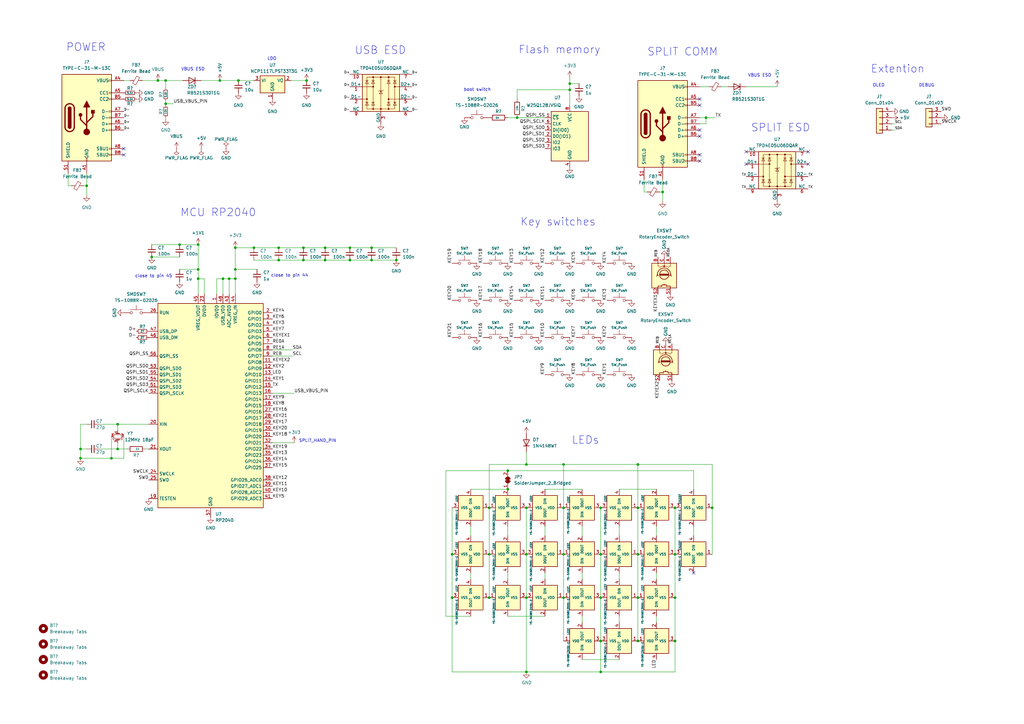
<source format=kicad_sch>
(kicad_sch (version 20231120) (generator "eeschema") (generator_version "8.0")
  (paper "A3")
  (title_block (title "Corne Left") (date "2025-01-21") (rev "4.1.0-USB") (company "tomislavrekic"))
  (junction (at 215.9 208.28))
  (junction (at 215.9 190.5))
  (junction (at 162.56 106.68))
  (junction (at 276.86 262.89))
  (junction (at 104.14 101.6))
  (junction (at 200.66 245.11))
  (junction (at 231.14 245.11))
  (junction (at 48.26 184.15))
  (junction (at 271.78 78.74))
  (junction (at 81.28 100.33))
  (junction (at 276.86 208.28))
  (junction (at 246.38 262.89))
  (junction (at 246.38 227.33))
  (junction (at 62.23 105.41))
  (junction (at 215.9 227.33))
  (junction (at 96.52 101.6))
  (junction (at 185.42 245.11))
  (junction (at 97.79 33.02))
  (junction (at 114.3 101.6))
  (junction (at 35.56 76.2))
  (junction (at 152.4 106.68))
  (junction (at 152.4 101.6))
  (junction (at 133.35 106.68))
  (junction (at 90.17 33.02))
  (junction (at 133.35 101.6))
  (junction (at 276.86 245.11))
  (junction (at 215.9 245.11))
  (junction (at 261.62 190.5))
  (junction (at 208.28 193.04))
  (junction (at 231.14 227.33))
  (junction (at 246.38 245.11))
  (junction (at 125.73 33.02))
  (junction (at 93.98 114.3))
  (junction (at 73.66 100.33))
  (junction (at 81.28 114.3))
  (junction (at 67.945 42.545))
  (junction (at 48.26 173.99))
  (junction (at 233.68 36.83))
  (junction (at 45.72 187.96))
  (junction (at 212.09 48.26))
  (junction (at 33.02 184.15))
  (junction (at 215.9 275.59))
  (junction (at 33.02 187.96))
  (junction (at 289.56 48.26))
  (junction (at 114.3 106.68))
  (junction (at 64.77 33.02))
  (junction (at 261.62 227.33))
  (junction (at 246.38 275.59))
  (junction (at 261.62 208.28))
  (junction (at 91.44 114.3))
  (junction (at 67.945 33.02))
  (junction (at 231.14 190.5))
  (junction (at 261.62 262.89))
  (junction (at 96.52 114.3))
  (junction (at 96.52 110.49))
  (junction (at 143.51 106.68))
  (junction (at 261.62 245.11))
  (junction (at 124.46 106.68))
  (junction (at 124.46 101.6))
  (junction (at 200.66 227.33))
  (junction (at 81.28 110.49))
  (junction (at 233.68 34.29))
  (junction (at 231.14 208.28))
  (junction (at 208.28 200.66))
  (junction (at 292.1 208.28))
  (junction (at 276.86 227.33))
  (junction (at 143.51 101.6))
  (junction (at 185.42 227.33))
  (junction (at 200.66 208.28))
  (junction (at 246.38 208.28))
  (no_connect (at 287.02 40.64))
  (no_connect (at 331.47 62.23))
  (no_connect (at 287.02 63.5))
  (no_connect (at 287.02 43.18))
  (no_connect (at 287.02 66.04))
  (no_connect (at 287.02 55.88))
  (no_connect (at 306.07 67.31))
  (no_connect (at 306.07 62.23))
  (no_connect (at 50.8 60.96))
  (no_connect (at 331.47 67.31))
  (no_connect (at 287.02 53.34))
  (no_connect (at 284.48 234.95))
  (no_connect (at 50.8 63.5))
  (wire (pts (xy 261.62 208.28) (xy 261.62 227.33)))
  (wire (pts (xy 91.44 114.3) (xy 93.98 114.3)))
  (wire (pts (xy 62.23 100.33) (xy 73.66 100.33)))
  (wire (pts (xy 96.52 110.49) (xy 105.41 110.49)))
  (wire (pts (xy 261.62 190.5) (xy 292.1 190.5)))
  (wire (pts (xy 233.68 34.29) (xy 233.68 36.83)))
  (wire (pts (xy 264.16 73.66) (xy 264.16 78.74)))
  (wire (pts (xy 133.35 106.68) (xy 143.51 106.68)))
  (wire (pts (xy 185.42 227.33) (xy 185.42 245.11)))
  (wire (pts (xy 83.82 114.3) (xy 81.28 114.3)))
  (wire (pts (xy 289.56 50.8) (xy 289.56 48.26)))
  (wire (pts (xy 233.68 36.83) (xy 233.68 43.18)))
  (wire (pts (xy 276.86 208.28) (xy 276.86 227.33)))
  (wire (pts (xy 81.28 110.49) (xy 81.28 114.3)))
  (wire (pts (xy 33.02 187.96) (xy 45.72 187.96)))
  (wire (pts (xy 104.14 101.6) (xy 114.3 101.6)))
  (wire (pts (xy 96.52 120.65) (xy 96.52 114.3)))
  (wire (pts (xy 185.42 275.59) (xy 215.9 275.59)))
  (wire (pts (xy 48.26 184.15) (xy 48.26 181.61)))
  (wire (pts (xy 231.14 245.11) (xy 231.14 262.89)))
  (wire (pts (xy 293.37 48.26) (xy 289.56 48.26)))
  (wire (pts (xy 246.38 245.11) (xy 246.38 262.89)))
  (wire (pts (xy 208.28 48.26) (xy 212.09 48.26)))
  (wire (pts (xy 45.72 179.07) (xy 45.72 187.96)))
  (wire (pts (xy 246.38 227.33) (xy 246.38 245.11)))
  (wire (pts (xy 111.76 161.29) (xy 120.65 161.29)))
  (wire (pts (xy 67.945 33.02) (xy 74.93 33.02)))
  (wire (pts (xy 212.09 36.83) (xy 212.09 40.64)))
  (wire (pts (xy 143.51 106.68) (xy 152.4 106.68)))
  (wire (pts (xy 254 270.51) (xy 238.76 270.51)))
  (wire (pts (xy 182.88 193.04) (xy 182.88 252.73)))
  (wire (pts (xy 114.3 101.6) (xy 124.46 101.6)))
  (wire (pts (xy 124.46 106.68) (xy 133.35 106.68)))
  (wire (pts (xy 182.88 193.04) (xy 208.28 193.04)))
  (wire (pts (xy 111.76 143.51) (xy 120.015 143.51)))
  (wire (pts (xy 261.62 190.5) (xy 261.62 208.28)))
  (wire (pts (xy 96.52 110.49) (xy 96.52 114.3)))
  (wire (pts (xy 367.03 50.8) (xy 365.76 50.8)))
  (wire (pts (xy 270.51 78.74) (xy 271.78 78.74)))
  (wire (pts (xy 231.14 190.5) (xy 261.62 190.5)))
  (wire (pts (xy 208.28 193.04) (xy 284.48 193.04)))
  (wire (pts (xy 91.44 114.3) (xy 91.44 120.65)))
  (wire (pts (xy 271.78 82.55) (xy 271.78 78.74)))
  (wire (pts (xy 27.94 71.12) (xy 27.94 76.2)))
  (wire (pts (xy 33.02 184.15) (xy 33.02 187.96)))
  (wire (pts (xy 238.76 219.71) (xy 238.76 215.9)))
  (wire (pts (xy 59.69 184.15) (xy 60.96 184.15)))
  (wire (pts (xy 96.52 101.6) (xy 104.14 101.6)))
  (wire (pts (xy 254 215.9) (xy 254 219.71)))
  (wire (pts (xy 238.76 237.49) (xy 238.76 234.95)))
  (wire (pts (xy 287.02 35.56) (xy 290.83 35.56)))
  (wire (pts (xy 215.9 208.28) (xy 215.9 227.33)))
  (wire (pts (xy 40.64 184.15) (xy 48.26 184.15)))
  (wire (pts (xy 215.9 245.11) (xy 215.9 275.59)))
  (wire (pts (xy 81.28 100.33) (xy 81.28 110.49)))
  (wire (pts (xy 73.66 110.49) (xy 81.28 110.49)))
  (wire (pts (xy 67.945 42.545) (xy 67.945 43.18)))
  (wire (pts (xy 124.46 101.6) (xy 133.35 101.6)))
  (wire (pts (xy 208.28 219.71) (xy 208.28 215.9)))
  (wire (pts (xy 40.64 173.99) (xy 48.26 173.99)))
  (wire (pts (xy 276.86 275.59) (xy 246.38 275.59)))
  (wire (pts (xy 200.66 190.5) (xy 200.66 208.28)))
  (wire (pts (xy 215.9 275.59) (xy 246.38 275.59)))
  (wire (pts (xy 269.24 215.9) (xy 269.24 219.71)))
  (wire (pts (xy 58.42 33.02) (xy 64.77 33.02)))
  (wire (pts (xy 81.28 120.65) (xy 81.28 114.3)))
  (wire (pts (xy 233.68 31.75) (xy 233.68 34.29)))
  (wire (pts (xy 215.9 190.5) (xy 231.14 190.5)))
  (wire (pts (xy 292.1 208.28) (xy 292.1 227.33)))
  (wire (pts (xy 238.76 252.73) (xy 238.76 255.27)))
  (wire (pts (xy 264.16 78.74) (xy 265.43 78.74)))
  (wire (pts (xy 231.14 227.33) (xy 231.14 245.11)))
  (wire (pts (xy 238.76 200.66) (xy 223.52 200.66)))
  (wire (pts (xy 93.98 114.3) (xy 93.98 120.65)))
  (wire (pts (xy 223.52 234.95) (xy 223.52 237.49)))
  (wire (pts (xy 208.28 200.66) (xy 193.04 200.66)))
  (wire (pts (xy 33.02 184.15) (xy 35.56 184.15)))
  (wire (pts (xy 27.94 76.2) (xy 29.21 76.2)))
  (wire (pts (xy 90.17 33.02) (xy 97.79 33.02)))
  (wire (pts (xy 83.82 120.65) (xy 83.82 114.3)))
  (wire (pts (xy 208.28 252.73) (xy 223.52 252.73)))
  (wire (pts (xy 97.79 33.02) (xy 104.14 33.02)))
  (wire (pts (xy 88.9 114.3) (xy 91.44 114.3)))
  (wire (pts (xy 133.35 101.6) (xy 143.51 101.6)))
  (wire (pts (xy 254 234.95) (xy 254 237.49)))
  (wire (pts (xy 193.04 215.9) (xy 193.04 219.71)))
  (wire (pts (xy 367.03 53.34) (xy 365.76 53.34)))
  (wire (pts (xy 48.26 184.15) (xy 52.07 184.15)))
  (wire (pts (xy 233.68 34.29) (xy 237.49 34.29)))
  (wire (pts (xy 306.07 35.56) (xy 318.77 35.56)))
  (wire (pts (xy 50.8 187.96) (xy 45.72 187.96)))
  (wire (pts (xy 271.78 78.74) (xy 271.78 73.66)))
  (wire (pts (xy 284.48 215.9) (xy 284.48 219.71)))
  (wire (pts (xy 269.24 234.95) (xy 269.24 237.49)))
  (wire (pts (xy 67.945 41.275) (xy 67.945 42.545)))
  (wire (pts (xy 96.52 101.6) (xy 96.52 110.49)))
  (wire (pts (xy 287.02 50.8) (xy 289.56 50.8)))
  (wire (pts (xy 246.38 262.89) (xy 246.38 275.59)))
  (wire (pts (xy 215.9 190.5) (xy 200.66 190.5)))
  (wire (pts (xy 71.12 42.545) (xy 67.945 42.545)))
  (wire (pts (xy 152.4 106.68) (xy 162.56 106.68)))
  (wire (pts (xy 223.52 219.71) (xy 223.52 215.9)))
  (wire (pts (xy 152.4 101.6) (xy 162.56 101.6)))
  (wire (pts (xy 88.9 114.3) (xy 88.9 120.65)))
  (wire (pts (xy 292.1 190.5) (xy 292.1 208.28)))
  (wire (pts (xy 73.66 100.33) (xy 81.28 100.33)))
  (wire (pts (xy 96.52 114.3) (xy 93.98 114.3)))
  (wire (pts (xy 233.68 36.83) (xy 212.09 36.83)))
  (wire (pts (xy 276.86 245.11) (xy 276.86 262.89)))
  (wire (pts (xy 295.91 35.56) (xy 298.45 35.56)))
  (wire (pts (xy 261.62 227.33) (xy 261.62 245.11)))
  (wire (pts (xy 67.945 36.195) (xy 67.945 33.02)))
  (wire (pts (xy 64.77 33.02) (xy 67.945 33.02)))
  (wire (pts (xy 269.24 252.73) (xy 269.24 255.27)))
  (wire (pts (xy 231.14 208.28) (xy 231.14 227.33)))
  (wire (pts (xy 289.56 48.26) (xy 287.02 48.26)))
  (wire (pts (xy 111.76 146.05) (xy 120.015 146.05)))
  (wire (pts (xy 48.26 173.99) (xy 60.96 173.99)))
  (wire (pts (xy 50.8 179.07) (xy 50.8 187.96)))
  (wire (pts (xy 212.09 48.26) (xy 223.52 48.26)))
  (wire (pts (xy 35.56 80.01) (xy 35.56 76.2)))
  (wire (pts (xy 50.8 33.02) (xy 53.34 33.02)))
  (wire (pts (xy 208.28 237.49) (xy 208.28 234.95)))
  (wire (pts (xy 114.3 106.68) (xy 124.46 106.68)))
  (wire (pts (xy 276.86 227.33) (xy 276.86 245.11)))
  (wire (pts (xy 185.42 245.11) (xy 185.42 275.59)))
  (wire (pts (xy 143.51 101.6) (xy 152.4 101.6)))
  (wire (pts (xy 193.04 234.95) (xy 193.04 237.49)))
  (wire (pts (xy 284.48 193.04) (xy 284.48 200.66)))
  (wire (pts (xy 67.945 48.26) (xy 67.945 48.895)))
  (wire (pts (xy 35.56 76.2) (xy 35.56 71.12)))
  (wire (pts (xy 254 200.66) (xy 269.24 200.66)))
  (wire (pts (xy 246.38 208.28) (xy 246.38 227.33)))
  (wire (pts (xy 276.86 262.89) (xy 276.86 275.59)))
  (wire (pts (xy 82.55 33.02) (xy 90.17 33.02)))
  (wire (pts (xy 215.9 227.33) (xy 215.9 245.11)))
  (wire (pts (xy 193.04 252.73) (xy 182.88 252.73)))
  (wire (pts (xy 48.26 176.53) (xy 48.26 173.99)))
  (wire (pts (xy 185.42 208.28) (xy 185.42 227.33)))
  (wire (pts (xy 215.9 185.42) (xy 215.9 190.5)))
  (wire (pts (xy 62.23 105.41) (xy 73.66 105.41)))
  (wire (pts (xy 104.14 106.68) (xy 114.3 106.68)))
  (wire (pts (xy 33.02 173.99) (xy 33.02 184.15)))
  (wire (pts (xy 111.76 181.61) (xy 120.65 181.61)))
  (wire (pts (xy 200.66 208.28) (xy 200.66 227.33)))
  (wire (pts (xy 34.29 76.2) (xy 35.56 76.2)))
  (wire (pts (xy 254 252.73) (xy 254 255.27)))
  (wire (pts (xy 119.38 33.02) (xy 125.73 33.02)))
  (wire (pts (xy 35.56 173.99) (xy 33.02 173.99)))
  (wire (pts (xy 200.66 227.33) (xy 200.66 245.11)))
  (wire (pts (xy 261.62 245.11) (xy 261.62 262.89)))
  (wire (pts (xy 231.14 190.5) (xy 231.14 208.28)))
  (text "MCU RP2040" (at 73.914 89.154 0) (effects (font (size 3.175 3.175)) (justify left bottom)))
  (text "Key switches" (at 213.36 92.964 0) (effects (font (size 3.175 3.175)) (justify left bottom)))
  (text "OLED" (at 357.886 35.814 0) (effects (font (size 1.27 1.27)) (justify left bottom)))
  (text "close to pin 45" (at 55.372 114.046 0) (effects (font (size 1.27 1.27)) (justify left bottom)))
  (text "DEBUG" (at 376.809 35.814 0) (effects (font (size 1.27 1.27)) (justify left bottom)))
  (text "VBUS ESD" (at 306.705 31.75 0) (effects (font (size 1.27 1.27)) (justify left bottom)))
  (text "USB ESD" (at 145.415 22.606 0) (effects (font (size 3.175 3.175)) (justify left bottom)))
  (text "LDO" (at 109.601 24.892 0) (effects (font (size 1.27 1.27)) (justify left bottom)))
  (text "Flash memory" (at 212.598 22.352 0) (effects (font (size 3.175 3.175)) (justify left bottom)))
  (text "POWER\n" (at 27.051 21.336 0) (effects (font (size 3.175 3.175)) (justify left bottom)))
  (text "SPLIT ESD" (at 307.975 54.356 0) (effects (font (size 3.175 3.175)) (justify left bottom)))
  (text "LEDs" (at 234.442 182.499 0) (effects (font (size 3.175 3.175)) (justify left bottom)))
  (text "Extention" (at 357.124 30.226 0) (effects (font (size 3.175 3.175)) (justify left bottom)))
  (text "SPLIT COMM" (at 265.43 23.241 0) (effects (font (size 3.175 3.175)) (justify left bottom)))
  (text "VBUS ESD" (at 74.295 29.21 0) (effects (font (size 1.27 1.27)) (justify left bottom)))
  (text "SPLIT_HAND_PIN" (at 122.555 181.61 0) (effects (font (size 1.27 1.27)) (justify left bottom)))
  (text "boot switch" (at 190.119 37.592 0) (effects (font (size 1.27 1.27)) (justify left bottom)))
  (text "close to pin 44" (at 111.125 113.792 0) (effects (font (size 1.27 1.27)) (justify left bottom)))
  (label "KEY8" (at 111.76 166.37 0))
  (label "KEY9" (at 111.76 163.83 0))
  (label "KEY8" (at 236.22 153.67 90))
  (label "TX" (at 331.47 72.39 0) (effects (font (size 1 1))))
  (label "QSPI_SD2" (at 60.96 156.21 180))
  (label "SCL" (at 367.03 50.8 0) (effects (font (size 1 1))))
  (label "USB_VBUS_PIN" (at 120.65 161.29 0))
  (label "KEY3" (at 248.92 123.19 90))
  (label "QSPI_SCLK" (at 60.96 161.29 180))
  (label "RE1A" (at 111.76 143.51 0))
  (label "KEY2" (at 111.76 151.13 0))
  (label "D+" (at 55.88 135.89 180))
  (label "D+" (at 168.91 35.56 0) (effects (font (size 1 1))))
  (label "REB" (at 111.76 146.05 0))
  (label "D-" (at 55.88 138.43 180))
  (label "QSPI_SS" (at 223.52 48.26 180))
  (label "SDA" (at 367.03 53.34 0) (effects (font (size 1 1))))
  (label "D+" (at 143.51 30.48 180) (effects (font (size 1 1))))
  (label "REB" (at 270.51 140.97 90) (effects (font (size 1 1))))
  (label "KEY5" (at 236.22 107.95 90))
  (label "RE0A" (at 274.955 105.41 90) (effects (font (size 1 1))))
  (label "LED" (at 111.76 153.67 0))
  (label "KEY21" (at 185.42 138.43 90))
  (label "KEY17" (at 111.76 173.99 0))
  (label "KEY1" (at 111.76 156.21 0))
  (label "TX" (at 111.76 158.75 0))
  (label "KEY5" (at 111.76 204.47 0))
  (label "D+" (at 50.8 50.8 0) (effects (font (size 1 1))))
  (label "KEY16" (at 111.76 168.91 0))
  (label "KEY3" (at 111.76 133.35 0))
  (label "TX" (at 306.07 77.47 180) (effects (font (size 1 1))))
  (label "KEYEX2" (at 111.76 148.59 0))
  (label "D+" (at 143.51 35.56 180) (effects (font (size 1 1))))
  (label "KEY17" (at 198.12 123.19 90))
  (label "KEY10" (at 111.76 201.93 0))
  (label "D-" (at 50.8 48.26 0) (effects (font (size 1 1))))
  (label "QSPI_SD1" (at 60.96 153.67 180))
  (label "KEY4" (at 111.76 128.27 0))
  (label "QSPI_SD0" (at 223.52 53.34 180))
  (label "KEY20" (at 111.76 176.53 0))
  (label "QSPI_SD1" (at 223.52 55.88 180))
  (label "SWCLK" (at 386.08 50.8 0))
  (label "D+" (at 168.91 30.48 0) (effects (font (size 1 1))))
  (label "SCL" (at 120.015 146.05 0))
  (label "QSPI_SCLK" (at 223.52 50.8 180))
  (label "D-" (at 168.91 45.72 0) (effects (font (size 1 1))))
  (label "KEY20" (at 185.42 123.19 90))
  (label "KEY4" (at 248.92 107.95 90))
  (label "KEY11" (at 111.76 199.39 0))
  (label "KEY14" (at 111.76 189.23 0))
  (label "TX" (at 331.47 77.47 0) (effects (font (size 1 1))))
  (label "RE0A" (at 111.76 140.97 0))
  (label "D+" (at 50.8 53.34 0) (effects (font (size 1 1))))
  (label "KEY18" (at 198.12 107.95 90))
  (label "QSPI_SS" (at 60.96 146.05 180))
  (label "KEYEX1" (at 269.875 120.65 270))
  (label "KEY7" (at 236.22 138.43 90))
  (label "USB_VBUS_PIN" (at 71.12 42.545 0))
  (label "KEY14" (at 210.82 123.19 90))
  (label "RE1A" (at 275.59 140.97 90) (effects (font (size 1 1))))
  (label "SWCLK" (at 60.96 194.31 180))
  (label "KEY1" (at 248.92 153.67 90))
  (label "KEY2" (at 248.92 138.43 90))
  (label "QSPI_SD2" (at 223.52 58.42 180))
  (label "QSPI_SD3" (at 223.52 60.96 180))
  (label "SWD" (at 386.08 45.72 0))
  (label "KEY13" (at 111.76 186.69 0))
  (label "TX" (at 306.07 72.39 180) (effects (font (size 1 1))))
  (label "KEY18" (at 111.76 179.07 0))
  (label "KEY7" (at 111.76 135.89 0))
  (label "KEY6" (at 236.22 123.19 90))
  (label "D-" (at 168.91 40.64 0) (effects (font (size 1 1))))
  (label "KEY9" (at 223.52 153.67 90))
  (label "KEY15" (at 111.76 191.77 0))
  (label "KEY13" (at 210.82 107.95 90))
  (label "KEYEX2" (at 270.51 156.21 270))
  (label "KEY15" (at 210.82 138.43 90))
  (label "KEY10" (at 223.52 138.43 90))
  (label "SDA" (at 120.015 143.51 0))
  (label "D-" (at 143.51 40.64 180) (effects (font (size 1 1))))
  (label "LED" (at 269.24 270.51 270))
  (label "KEYEX1" (at 111.76 138.43 0))
  (label "KEY12" (at 223.52 107.95 90))
  (label "D-" (at 143.51 45.72 180) (effects (font (size 1 1))))
  (label "SWD" (at 60.96 196.85 180))
  (label "D-" (at 50.8 45.72 0) (effects (font (size 1 1))))
  (label "KEY6" (at 111.76 130.81 0))
  (label "REB" (at 269.875 105.41 90) (effects (font (size 1 1))))
  (label "KEY19" (at 111.76 184.15 0))
  (label "KEY16" (at 198.12 138.43 90))
  (label "QSPI_SD3" (at 60.96 158.75 180))
  (label "KEY19" (at 185.42 107.95 90))
  (label "QSPI_SD0" (at 60.96 151.13 180))
  (label "KEY11" (at 223.52 123.19 90))
  (label "KEY12" (at 111.76 196.85 0))
  (label "TX" (at 293.37 48.26 0))
  (label "KEY21" (at 111.76 171.45 0))
  (symbol (lib_id "power:GND") (at 55.88 38.1 90) (unit 1)
    (property "Reference" "#PWR?" (effects (hide yes)))
    (property "Value" "GND" (at 59.055 38.1 90) (effects (justify right)))
  )
  (symbol (lib_id "power:GND") (at 233.68 153.67 0) (unit 1)
    (property "Reference" "#PWR?" (effects (hide yes)))
    (property "Value" "GND" (at 233.68 158.115 0))
  )
  (symbol (lib_id "power:GND") (at 195.58 138.43 0) (unit 1)
    (property "Reference" "#PWR?" (effects (hide yes)))
    (property "Value" "GND" (at 195.58 142.875 0))
  )
  (symbol (lib_id "power:GND") (at 273.05 140.97 180) (unit 1)
    (property "Reference" "#PWR?" (effects (hide yes)))
    (property "Value" "GND" (at 273.05 135.89 90))
  )
  (symbol (lib_id "power:GND") (at 55.88 40.64 90) (unit 1)
    (property "Reference" "#PWR?" (effects (hide yes)))
    (property "Value" "GND" (at 59.055 40.64 90) (effects (justify right)))
  )
  (symbol (lib_id "kbd_local:YS-SK6812MINI-E") (at 208.28 227.33 90) (unit 1)
    (property "Reference" "LED?" (at 202.565 225.425 0) (effects (font (size 0.7366 0.7366)) (justify left)))
    (property "Value" "YS-SK6812MINI-E" (at 202.565 238.125 0) (effects (font (size 0.7366 0.7366)) (justify left)))
    (property "Footprint" "kbd_local:YS-SK6812MINI-E" (effects (hide yes)))
    (property "LSCS Part #" "C5149201 " (effects (hide yes)))
  )
  (symbol (lib_id "Device:R_Small") (at 58.42 135.89 90) (unit 1)
    (property "Reference" "R?" (at 58.42 133.985 90))
    (property "Value" "27" (at 58.42 135.89 90) (effects (font (size 0.762 0.762))))
    (property "Footprint" "Resistor_SMD:R_0402_1005Metric" (effects (hide yes)))
    (property "LSCS Part #" "C25100" (effects (hide yes)))
  )
  (symbol (lib_id "Switch:SW_Push") (at 241.3 107.95 0) (unit 1)
    (property "Reference" "SW?" (at 241.3 101.854 0) (effects (font (size 1 1))))
    (property "Value" "SW_Push" (at 241.3 103.886 0) (effects (font (size 1 1))))
    (property "Footprint" "kbd:keyswitch_cherrymx_hotswap_1u" (effects (hide yes)))
  )
  (symbol (lib_id "power:+3V3") (at 233.68 31.75 0) (unit 1)
    (property "Reference" "#PWR?" (effects (hide yes)))
    (property "Value" "+3V3" (at 233.68 26.924 0))
  )
  (symbol (lib_id "kbd_local:YS-SK6812MINI-E") (at 254 227.33 270) (unit 1)
    (property "Reference" "LED?" (at 248.285 221.615 0) (effects (font (size 0.7366 0.7366)) (justify left)))
    (property "Value" "YS-SK6812MINI-E" (at 248.285 227.965 0) (effects (font (size 0.7366 0.7366)) (justify left)))
    (property "Footprint" "kbd_local:YS-SK6812MINI-E" (effects (hide yes)))
    (property "LSCS Part #" "C5149201 " (effects (hide yes)))
  )
  (symbol (lib_id "power:GND") (at 208.28 123.19 0) (unit 1)
    (property "Reference" "#PWR?" (effects (hide yes)))
    (property "Value" "GND" (at 208.28 127.635 0))
  )
  (symbol (lib_id "kbd_local:YS-SK6812MINI-E") (at 269.24 208.28 90) (unit 1)
    (property "Reference" "LED?" (at 263.525 205.74 0) (effects (font (size 0.7366 0.7366)) (justify left)))
    (property "Value" "YS-SK6812MINI-E" (at 263.525 219.075 0) (effects (font (size 0.7366 0.7366)) (justify left)))
    (property "Footprint" "kbd_local:YS-SK6812MINI-E" (effects (hide yes)))
    (property "LSCS Part #" "C5149201 " (effects (hide yes)))
  )
  (symbol (lib_id "power:GND") (at 220.98 138.43 0) (unit 1)
    (property "Reference" "#PWR?" (effects (hide yes)))
    (property "Value" "GND" (at 220.98 142.875 0))
  )
  (symbol (lib_name "SW_Push_1") (lib_id "Switch:SW_Push") (at 254 107.95 0) (unit 1)
    (property "Reference" "SW?" (at 254 101.854 0) (effects (font (size 1 1))))
    (property "Value" "SW_Push" (at 254 103.886 0) (effects (font (size 1 1))))
    (property "Footprint" "kbd:keyswitch_cherrymx_hotswap_1u" (effects (hide yes)))
  )
  (symbol (lib_id "power:+3V3") (at 125.73 33.02 0) (unit 1)
    (property "Reference" "#PWR?" (effects (hide yes)))
    (property "Value" "+3V3" (at 125.73 28.702 0))
  )
  (symbol (lib_id "Device:R_Small") (at 67.945 45.72 0) (unit 1)
    (property "Reference" "R?" (at 66.04 45.72 90))
    (property "Value" "10k" (at 67.945 45.72 90) (effects (font (size 0.762 0.762))))
    (property "Footprint" "Resistor_SMD:R_0402_1005Metric" (effects (hide yes)))
    (property "LSCS Part #" "C25744" (effects (hide yes)))
  )
  (symbol (lib_id "power:GND") (at 233.68 123.19 0) (unit 1)
    (property "Reference" "#PWR?" (effects (hide yes)))
    (property "Value" "GND" (at 233.68 127.635 0))
  )
  (symbol (lib_id "Switch:SW_Push") (at 228.6 107.95 0) (unit 1)
    (property "Reference" "SW?" (at 228.6 101.854 0) (effects (font (size 1 1))))
    (property "Value" "SW_Push" (at 228.6 103.886 0) (effects (font (size 1 1))))
    (property "Footprint" "kbd:keyswitch_cherrymx_hotswap_1u" (effects (hide yes)))
  )
  (symbol (lib_id "Switch:SW_Push") (at 241.3 138.43 0) (unit 1)
    (property "Reference" "SW?" (at 241.3 132.334 0) (effects (font (size 1 1))))
    (property "Value" "SW_Push" (at 241.3 134.366 0) (effects (font (size 1 1))))
    (property "Footprint" "kbd:keyswitch_cherrymx_hotswap_1u" (effects (hide yes)))
  )
  (symbol (lib_id "power:VBUS") (at 72.39 60.96 0) (unit 1)
    (property "Reference" "#PWR?" (effects (hide yes)))
    (property "Value" "VBUS" (at 72.39 55.88 0))
  )
  (symbol (lib_id "MCU_RaspberryPi:RP2040") (at 86.36 166.37 0) (unit 1)
    (property "Reference" "U?" (at 88.3159 210.82 0) (effects (justify left)))
    (property "Value" "RP2040" (at 88.3159 213.36 0) (effects (justify left)))
    (property "Footprint" "Package_DFN_QFN:QFN-56-1EP_7x7mm_P0.4mm_EP3.2x3.2mm" (effects (hide yes)))
    (property "Datasheet" "https://datasheets.raspberrypi.com/rp2040/rp2040-datasheet.pdf" (effects (hide yes)))
    (property "LSCS Part #" "C2040" (effects (hide yes)))
  )
  (symbol (lib_id "power:GND") (at 35.56 80.01 0) (unit 1)
    (property "Reference" "#PWR?" (effects (hide yes)))
    (property "Value" "GND" (at 35.56 85.09 0))
  )
  (symbol (lib_id "Switch:SW_Push") (at 190.5 138.43 0) (unit 1)
    (property "Reference" "SW?" (at 190.5 132.334 0) (effects (font (size 1 1))))
    (property "Value" "SW_Push" (at 190.5 134.366 0) (effects (font (size 1 1))))
    (property "Footprint" "kbd:keyswitch_cherrymx_hotswap_1u" (effects (hide yes)))
  )
  (symbol (lib_id "power:GND") (at 259.08 138.43 0) (unit 1)
    (property "Reference" "#PWR?" (effects (hide yes)))
    (property "Value" "GND" (at 259.08 142.875 0))
  )
  (symbol (lib_id "kbd_local:YS-SK6812MINI-E") (at 208.28 208.28 90) (unit 1)
    (property "Reference" "LED?" (at 202.565 206.375 0) (effects (font (size 0.7366 0.7366)) (justify left)))
    (property "Value" "YS-SK6812MINI-E" (at 202.565 219.71 0) (effects (font (size 0.7366 0.7366)) (justify left)))
    (property "Footprint" "kbd_local:YS-SK6812MINI-E" (effects (hide yes)))
    (property "LSCS Part #" "C5149201 " (effects (hide yes)))
  )
  (symbol (lib_id "power:GND") (at 215.9 275.59 0) (unit 1)
    (property "Reference" "#PWR?" (effects (hide yes)))
    (property "Value" "GND" (at 216.027 279.9842 0))
  )
  (symbol (lib_id "Switch:SW_Push") (at 190.5 107.95 0) (unit 1)
    (property "Reference" "SW?" (at 190.5 101.854 0) (effects (font (size 1 1))))
    (property "Value" "SW_Push" (at 190.5 103.886 0) (effects (font (size 1 1))))
    (property "Footprint" "kbd:keyswitch_cherrymx_hotswap_1u" (effects (hide yes)))
  )
  (symbol (lib_id "power:GND") (at 105.41 115.57 0) (unit 1)
    (property "Reference" "#PWR?" (effects (hide yes)))
    (property "Value" "GND" (at 105.41 120.015 0))
  )
  (symbol (lib_id "kbd_local:YS-SK6812MINI-E") (at 238.76 227.33 90) (unit 1)
    (property "Reference" "LED?" (at 233.045 225.425 0) (effects (font (size 0.7366 0.7366)) (justify left)))
    (property "Value" "YS-SK6812MINI-E" (at 233.045 238.125 0) (effects (font (size 0.7366 0.7366)) (justify left)))
    (property "Footprint" "kbd_local:YS-SK6812MINI-E" (effects (hide yes)))
    (property "LSCS Part #" "C5149201 " (effects (hide yes)))
  )
  (symbol (lib_id "kbd_local:YS-SK6812MINI-E") (at 269.24 245.11 90) (unit 1)
    (property "Reference" "LED?" (at 263.525 242.57 0) (effects (font (size 0.7366 0.7366)) (justify left)))
    (property "Value" "YS-SK6812MINI-E" (at 263.525 255.905 0) (effects (font (size 0.7366 0.7366)) (justify left)))
    (property "Footprint" "kbd_local:YS-SK6812MINI-E" (effects (hide yes)))
    (property "LSCS Part #" "C5149201 " (effects (hide yes)))
  )
  (symbol (lib_id "Diode:1N4148WT") (at 215.9 181.61 90) (unit 1)
    (property "Reference" "D?" (at 218.44 180.34 90) (effects (justify right)))
    (property "Value" "1N4148WT" (at 218.44 182.88 90) (effects (justify right)))
    (property "Footprint" "Diode_SMD:D_SOD-523" (effects (hide yes)))
    (property "Datasheet" "https://www.diodes.com/assets/Datasheets/ds30396.pdf" (effects (hide yes)))
    (property "LSCS Part #" "C232841" (effects (hide yes)))
  )
  (symbol (lib_id "power:GND") (at 195.58 107.95 0) (unit 1)
    (property "Reference" "#PWR?" (effects (hide yes)))
    (property "Value" "GND" (at 195.58 112.395 0))
  )
  (symbol (lib_id "kbd_local:YS-SK6812MINI-E") (at 284.48 227.33 270) (unit 1)
    (property "Reference" "EXLED?" (at 278.765 221.615 0) (effects (font (size 0.7366 0.7366)) (justify left)))
    (property "Value" "YS-SK6812MINI-E" (at 278.765 227.965 0) (effects (font (size 0.7366 0.7366)) (justify left)))
    (property "Footprint" "kbd_local:YS-SK6812MINI-E" (effects (hide yes)))
    (property "LSCS Part #" "C5149201 " (effects (hide yes)))
  )
  (symbol (lib_id "Switch:SW_Push") (at 241.3 123.19 0) (unit 1)
    (property "Reference" "SW?" (at 241.3 117.094 0) (effects (font (size 1 1))))
    (property "Value" "SW_Push" (at 241.3 119.126 0) (effects (font (size 1 1))))
    (property "Footprint" "kbd:keyswitch_cherrymx_hotswap_1u" (effects (hide yes)))
  )
  (symbol (lib_id "power:+5V") (at 365.76 48.26 270) (unit 1)
    (property "Reference" "#PWR?" (effects (hide yes)))
    (property "Value" "+5V" (at 368.935 48.26 90) (effects (justify left)))
  )
  (symbol (lib_id "Device:C_Small") (at 38.1 184.15 270) (unit 1)
    (property "Reference" "C?" (at 39.37 182.88 90) (effects (justify left)))
    (property "Value" "27p" (at 39.37 185.42 90) (effects (justify left)))
    (property "Footprint" "Capacitor_SMD:C_0402_1005Metric" (effects (hide yes)))
    (property "LSCS Part #" "C1557" (effects (hide yes)))
  )
  (symbol (lib_id "power:GND") (at 220.98 123.19 0) (unit 1)
    (property "Reference" "#PWR?" (effects (hide yes)))
    (property "Value" "GND" (at 220.98 127.635 0))
  )
  (symbol (lib_id "kbd_local:YS-SK6812MINI-E") (at 254 208.28 270) (unit 1)
    (property "Reference" "LED?" (at 248.285 203.2 0) (effects (font (size 0.7366 0.7366)) (justify left)))
    (property "Value" "YS-SK6812MINI-E" (at 248.285 208.915 0) (effects (font (size 0.7366 0.7366)) (justify left)))
    (property "Footprint" "kbd_local:YS-SK6812MINI-E" (effects (hide yes)))
    (property "LSCS Part #" "C5149201 " (effects (hide yes)))
  )
  (symbol (lib_id "Switch:SW_Push") (at 254 153.67 0) (unit 1)
    (property "Reference" "SW?" (at 254 147.574 0) (effects (font (size 1 1))))
    (property "Value" "SW_Push" (at 254 149.606 0) (effects (font (size 1 1))))
    (property "Footprint" "kbd:keyswitch_cherrymx_hotswap_1.5u" (effects (hide yes)))
  )
  (symbol (lib_id "Switch:SW_Push") (at 215.9 123.19 0) (unit 1)
    (property "Reference" "SW?" (at 215.9 117.094 0) (effects (font (size 1 1))))
    (property "Value" "SW_Push" (at 215.9 119.126 0) (effects (font (size 1 1))))
    (property "Footprint" "kbd:keyswitch_cherrymx_hotswap_1u" (effects (hide yes)))
  )
  (symbol (lib_id "Mechanical:MountingHole") (at 17.78 264.16 0) (unit 1)
    (property "Reference" "BT?" (at 20.32 262.89 0) (effects (justify left)))
    (property "Value" "Breakaway Tabs" (at 20.32 265.43 0) (effects (justify left)))
    (property "Footprint" "kbd_local:Breakaway_Tabs" (effects (hide yes)))
  )
  (symbol (lib_id "Switch:SW_Push") (at 203.2 123.19 0) (unit 1)
    (property "Reference" "SW?" (at 203.2 117.094 0) (effects (font (size 1 1))))
    (property "Value" "SW_Push" (at 203.2 119.126 0) (effects (font (size 1 1))))
    (property "Footprint" "kbd:keyswitch_cherrymx_hotswap_1u" (effects (hide yes)))
  )
  (symbol (lib_id "kbd_local:YS-SK6812MINI-E") (at 223.52 208.28 270) (unit 1)
    (property "Reference" "LED?" (at 217.805 203.2 0) (effects (font (size 0.7366 0.7366)) (justify left)))
    (property "Value" "YS-SK6812MINI-E" (at 217.805 208.915 0) (effects (font (size 0.7366 0.7366)) (justify left)))
    (property "Footprint" "kbd_local:YS-SK6812MINI-E" (effects (hide yes)))
    (property "LSCS Part #" "C5149201 " (effects (hide yes)))
  )
  (symbol (lib_id "kbd_local:YS-SK6812MINI-E") (at 193.04 245.11 270) (unit 1)
    (property "Reference" "LED?" (at 187.325 240.03 0) (effects (font (size 0.7366 0.7366)) (justify left)))
    (property "Value" "YS-SK6812MINI-E" (at 187.325 245.745 0) (effects (font (size 0.7366 0.7366)) (justify left)))
    (property "Footprint" "kbd_local:YS-SK6812MINI-E" (effects (hide yes)))
    (property "LSCS Part #" "C5149201 " (effects (hide yes)))
  )
  (symbol (lib_id "power:GND") (at 220.98 107.95 0) (unit 1)
    (property "Reference" "#PWR?" (effects (hide yes)))
    (property "Value" "GND" (at 220.98 112.395 0))
  )
  (symbol (lib_id "power:GND") (at 233.68 68.58 0) (unit 1)
    (property "Reference" "#PWR?" (effects (hide yes)))
    (property "Value" "GND" (at 233.68 72.39 0))
  )
  (symbol (lib_id "Device:R_Small") (at 67.945 38.735 0) (unit 1)
    (property "Reference" "R?" (at 66.04 38.735 90))
    (property "Value" "5.6k" (at 67.945 38.735 90) (effects (font (size 0.762 0.762))))
    (property "Footprint" "Resistor_SMD:R_0402_1005Metric" (effects (hide yes)))
    (property "LSCS Part #" "C25908" (effects (hide yes)))
  )
  (symbol (lib_id "power:GND") (at 386.08 48.26 90) (unit 1)
    (property "Reference" "#PWR?" (effects (hide yes)))
    (property "Value" "GND" (at 389.89 48.26 90) (effects (justify right)))
  )
  (symbol (lib_id "power:GND") (at 33.02 187.96 0) (unit 1)
    (property "Reference" "#PWR?" (effects (hide yes)))
    (property "Value" "GND" (at 33.02 192.405 0))
  )
  (symbol (lib_id "power:GND") (at 50.8 128.27 270) (unit 1)
    (property "Reference" "#PWR?" (effects (hide yes)))
    (property "Value" "GND" (at 46.99 128.27 0))
  )
  (symbol (lib_id "kbd_local:YS-SK6812MINI-E") (at 223.52 227.33 270) (unit 1)
    (property "Reference" "LED?" (at 217.805 222.25 0) (effects (font (size 0.7366 0.7366)) (justify left)))
    (property "Value" "YS-SK6812MINI-E" (at 217.805 227.965 0) (effects (font (size 0.7366 0.7366)) (justify left)))
    (property "Footprint" "kbd_local:YS-SK6812MINI-E" (effects (hide yes)))
    (property "LSCS Part #" "C5149201 " (effects (hide yes)))
  )
  (symbol (lib_id "power:+3V3") (at 96.52 101.6 0) (unit 1)
    (property "Reference" "#PWR?" (effects (hide yes)))
    (property "Value" "+3V3" (at 96.52 96.52 0))
  )
  (symbol (lib_id "Power_Protection:TPD4EUSB30") (at 156.21 38.1 0) (unit 1)
    (property "Reference" "U?" (at 156.21 25.4 0))
    (property "Value" "TPD4E05U06DQAR" (at 156.21 27.94 0))
    (property "Footprint" "Package_SON:USON-10_2.5x1.0mm_P0.5mm" (effects (hide yes)))
    (property "Datasheet" "http://www.ti.com/lit/ds/symlink/tpd2eusb30a.pdf" (effects (hide yes)))
    (property "LSCS Part #" "C138714" (effects (hide yes)))
  )
  (symbol (lib_id "power:PWR_FLAG") (at 92.71 60.96 0) (unit 1)
    (property "Reference" "#FLG?" (effects (hide yes)))
    (property "Value" "PWR_FLAG" (at 92.71 57.15 0))
  )
  (symbol (lib_id "kbd_local:YS-SK6812MINI-E") (at 193.04 208.28 270) (unit 1)
    (property "Reference" "LED?" (at 187.325 203.2 0) (effects (font (size 0.7366 0.7366)) (justify left)))
    (property "Value" "YS-SK6812MINI-E" (at 187.325 208.915 0) (effects (font (size 0.7366 0.7366)) (justify left)))
    (property "Footprint" "kbd_local:YS-SK6812MINI-E" (effects (hide yes)))
    (property "LSCS Part #" "C5149201 " (effects (hide yes)))
  )
  (symbol (lib_id "Device:FerriteBead_Small") (at 267.97 78.74 90) (unit 1)
    (property "Reference" "FB?" (at 267.9319 72.39 90))
    (property "Value" "Ferrite Bead" (at 267.9319 74.93 90))
    (property "Footprint" "Capacitor_SMD:C_0603_1608Metric_Pad1.08x0.95mm_HandSolder" (effects (hide yes)))
    (property "Description" "Ferrite bead, small symbol" (effects (hide yes)))
    (property "LSCS Part #" "C882974" (effects (hide yes)))
  )
  (symbol (lib_id "Switch:SW_Push") (at 203.2 138.43 0) (unit 1)
    (property "Reference" "SW?" (at 203.2 132.334 0) (effects (font (size 1 1))))
    (property "Value" "SW_Push" (at 203.2 134.366 0) (effects (font (size 1 1))))
    (property "Footprint" "kbd:keyswitch_cherrymx_hotswap_1u" (effects (hide yes)))
  )
  (symbol (lib_id "power:GND") (at 67.945 48.895 0) (unit 1)
    (property "Reference" "#PWR?" (effects (hide yes)))
    (property "Value" "GND" (at 67.945 53.34 0))
  )
  (symbol (lib_id "Switch:SW_Push") (at 215.9 138.43 0) (unit 1)
    (property "Reference" "SW?" (at 215.9 132.334 0) (effects (font (size 1 1))))
    (property "Value" "SW_Push" (at 215.9 134.366 0) (effects (font (size 1 1))))
    (property "Footprint" "kbd:keyswitch_cherrymx_hotswap_1u" (effects (hide yes)))
  )
  (symbol (lib_id "Device:RotaryEncoder_Switch") (at 273.05 148.59 270) (unit 1)
    (property "Reference" "EXSW?" (at 273.05 128.905 90))
    (property "Value" "RotaryEncoder_Switch" (at 273.05 131.445 90))
    (property "Footprint" "kbd_local:keyswitch_cherrymx_hotswap_1u_rotary_encoder_ec12" (effects (hide yes)))
  )
  (symbol (lib_id "Switch:SW_Push") (at 203.2 107.95 0) (unit 1)
    (property "Reference" "SW?" (at 203.2 101.854 0) (effects (font (size 1 1))))
    (property "Value" "SW_Push" (at 203.2 103.886 0) (effects (font (size 1 1))))
    (property "Footprint" "kbd:keyswitch_cherrymx_hotswap_1u" (effects (hide yes)))
  )
  (symbol (lib_id "Diode:ESD5Zxx") (at 302.26 35.56 180) (unit 1)
    (property "Reference" "ZD?" (at 304.165 38.1 0) (effects (justify left)))
    (property "Value" "RB521S30T1G" (at 313.69 40.64 0) (effects (justify left)))
    (property "Footprint" "Diode_SMD:D_SOD-523" (effects (hide yes)))
    (property "LSCS Part #" "C145179" (effects (hide yes)))
  )
  (symbol (lib_id "power:GND") (at 233.68 107.95 0) (unit 1)
    (property "Reference" "#PWR?" (effects (hide yes)))
    (property "Value" "GND" (at 233.68 112.395 0))
  )
  (symbol (lib_id "power:GND") (at 259.08 153.67 0) (unit 1)
    (property "Reference" "#PWR?" (effects (hide yes)))
    (property "Value" "GND" (at 259.08 158.115 0))
  )
  (symbol (lib_id "Jumper:SolderJumper_2_Bridged") (at 208.28 196.85 90) (unit 1)
    (property "Reference" "JP?" (at 210.82 195.58 90) (effects (justify right)))
    (property "Value" "SolderJumper_2_Bridged" (at 210.82 198.12 90) (effects (justify right)))
    (property "Footprint" "Jumper:SolderJumper-2_P1.3mm_Open_RoundedPad1.0x1.5mm" (effects (hide yes)))
  )
  (symbol (lib_id "Device:C_Small") (at 124.46 104.14 0) (unit 1)
    (property "Reference" "C?" (at 127 102.87 0) (effects (justify left)))
    (property "Value" "100n" (at 127 105.41 0) (effects (justify left)))
    (property "Footprint" "Capacitor_SMD:C_0402_1005Metric" (effects (hide yes)))
    (property "LSCS Part #" "C1525" (effects (hide yes)))
  )
  (symbol (lib_id "power:+3V3") (at 120.65 181.61 0) (unit 1)
    (property "Reference" "#PWR?" (effects (hide yes)))
    (property "Value" "+3V3" (at 120.65 177.292 0))
  )
  (symbol (lib_id "Power_Protection:TPD4EUSB30") (at 318.77 69.85 0) (unit 1)
    (property "Reference" "U?" (at 318.77 57.15 0))
    (property "Value" "TPD4E05U06DQAR" (at 318.77 59.69 0))
    (property "Footprint" "Package_SON:USON-10_2.5x1.0mm_P0.5mm" (effects (hide yes)))
    (property "Datasheet" "http://www.ti.com/lit/ds/symlink/tpd2eusb30a.pdf" (effects (hide yes)))
    (property "LSCS Part #" "C138714" (effects (hide yes)))
  )
  (symbol (lib_id "power:GND") (at 73.66 115.57 0) (unit 1)
    (property "Reference" "#PWR?" (effects (hide yes)))
    (property "Value" "GND" (at 73.66 120.015 0))
  )
  (symbol (lib_id "kbd_local:YS-SK6812MINI-E") (at 254 262.89 270) (unit 1)
    (property "Reference" "LED?" (at 248.285 257.175 0) (effects (font (size 0.7366 0.7366)) (justify left)))
    (property "Value" "YS-SK6812MINI-E" (at 248.285 263.525 0) (effects (font (size 0.7366 0.7366)) (justify left)))
    (property "Footprint" "kbd_local:YS-SK6812MINI-E" (effects (hide yes)))
    (property "LSCS Part #" "C5149201 " (effects (hide yes)))
  )
  (symbol (lib_id "power:GND") (at 365.76 45.72 90) (unit 1)
    (property "Reference" "#PWR?" (effects (hide yes)))
    (property "Value" "GND" (at 370.84 45.72 90))
  )
  (symbol (lib_id "Device:C_Small") (at 62.23 102.87 0) (unit 1)
    (property "Reference" "C?" (at 64.77 101.6 0) (effects (justify left)))
    (property "Value" "100n" (at 64.77 104.14 0) (effects (justify left)))
    (property "Footprint" "Capacitor_SMD:C_0402_1005Metric" (effects (hide yes)))
    (property "LSCS Part #" "C1525" (effects (hide yes)))
  )
  (symbol (lib_id "power:GND") (at 86.36 212.09 0) (unit 1)
    (property "Reference" "#PWR?" (effects (hide yes)))
    (property "Value" "GND" (at 86.36 216.535 0))
  )
  (symbol (lib_id "power:GND") (at 246.38 153.67 0) (unit 1)
    (property "Reference" "#PWR?" (effects (hide yes)))
    (property "Value" "GND" (at 246.38 158.115 0))
  )
  (symbol (lib_id "kbd_local:YS-SK6812MINI-E") (at 238.76 208.28 90) (unit 1)
    (property "Reference" "LED?" (at 233.045 206.375 0) (effects (font (size 0.7366 0.7366)) (justify left)))
    (property "Value" "YS-SK6812MINI-E" (at 233.045 219.075 0) (effects (font (size 0.7366 0.7366)) (justify left)))
    (property "Footprint" "kbd_local:YS-SK6812MINI-E" (effects (hide yes)))
    (property "LSCS Part #" "C5149201 " (effects (hide yes)))
  )
  (symbol (lib_id "Device:C_Small") (at 73.66 102.87 0) (unit 1)
    (property "Reference" "C?" (at 76.2 101.6 0) (effects (justify left)))
    (property "Value" "100n" (at 76.2 104.14 0) (effects (justify left)))
    (property "Footprint" "Capacitor_SMD:C_0402_1005Metric" (effects (hide yes)))
    (property "LSCS Part #" "C1525" (effects (hide yes)))
  )
  (symbol (lib_id "Diode:ESD5Zxx") (at 78.74 33.02 180) (unit 1)
    (property "Reference" "ZD?" (at 80.645 35.56 0) (effects (justify left)))
    (property "Value" "RB521S30T1G" (at 90.17 38.1 0) (effects (justify left)))
    (property "Footprint" "Diode_SMD:D_SOD-523" (effects (hide yes)))
    (property "LSCS Part #" "C145179" (effects (hide yes)))
  )
  (symbol (lib_id "Device:C_Small") (at 73.66 113.03 0) (unit 1)
    (property "Reference" "C?" (at 76.2 111.76 0) (effects (justify left)))
    (property "Value" "1u" (at 76.2 114.3 0) (effects (justify left)))
    (property "Footprint" "Capacitor_SMD:C_0402_1005Metric" (effects (hide yes)))
    (property "LSCS Part #" "C52923" (effects (hide yes)))
  )
  (symbol (lib_id "kbd_local:USB_C_Receptacle_USB2.0_16P") (at 271.78 50.8 0) (unit 1)
    (property "Reference" "J?" (at 271.78 27.94 0))
    (property "Value" "TYPE-C-31-M-13C" (at 271.78 30.48 0))
    (property "Footprint" "kbd_local:TYPE-C-31-M-13C" (effects (hide yes)))
    (property "Datasheet" "https://www.usb.org/sites/default/files/documents/usb_type-c.zip" (effects (hide yes)))
    (property "Description" "USB 2.0-only 16P Type-C Receptacle connector" (effects (hide yes)))
    (property "LSCS Part #" "C2848620" (effects (hide yes)))
  )
  (symbol (lib_id "power:GND") (at 60.96 204.47 0) (unit 1)
    (property "Reference" "#PWR?" (effects (hide yes)))
    (property "Value" "GND" (at 60.96 208.915 0))
  )
  (symbol (lib_id "Device:C_Small") (at 114.3 104.14 0) (unit 1)
    (property "Reference" "C?" (at 116.84 102.87 0) (effects (justify left)))
    (property "Value" "100n" (at 116.84 105.41 0) (effects (justify left)))
    (property "Footprint" "Capacitor_SMD:C_0402_1005Metric" (effects (hide yes)))
    (property "LSCS Part #" "C1525" (effects (hide yes)))
  )
  (symbol (lib_id "Device:Crystal_GND24_Small") (at 48.26 179.07 270) (unit 1)
    (property "Reference" "Y?" (at 53.34 177.8 90))
    (property "Value" "12MHz 18pF" (at 57.15 180.34 90))
    (property "Footprint" "Crystal:Crystal_SMD_3225-4Pin_3.2x2.5mm" (effects (hide yes)))
    (property "Description" "12MHz 18pF ±20ppm SMD3225-4P Crystals ROHS" (effects (hide yes)))
    (property "MFR.Part #" "Q22FA23V0041800" (effects (hide yes)))
    (property "LSCS Part #" "C91749" (effects (hide yes)))
  )
  (symbol (lib_id "kbd_local:YS-SK6812MINI-E") (at 238.76 262.89 90) (unit 1)
    (property "Reference" "LED?" (at 233.045 260.35 0) (effects (font (size 0.7366 0.7366)) (justify left)))
    (property "Value" "YS-SK6812MINI-E" (at 233.045 273.685 0) (effects (font (size 0.7366 0.7366)) (justify left)))
    (property "Footprint" "kbd_local:YS-SK6812MINI-E" (effects (hide yes)))
    (property "LSCS Part #" "C5149201 " (effects (hide yes)))
  )
  (symbol (lib_id "Memory_Flash:W25Q128JVS") (at 233.68 55.88 0) (unit 1)
    (property "Reference" "U?" (at 227.33 40.005 0) (effects (justify left)))
    (property "Value" "W25Q128JVSIQ" (at 215.9 43.18 0) (effects (justify left)))
    (property "Footprint" "Package_SO:SOIC-8_5.23x5.23mm_P1.27mm" (effects (hide yes)))
    (property "Datasheet" "http://www.winbond.com/resource-files/w25q128jv_dtr%20revc%2003272018%20plus.pdf" (effects (hide yes)))
    (property "LSCS Part #" "C113767" (effects (hide yes)))
  )
  (symbol (lib_id "power:GND") (at 208.28 138.43 0) (unit 1)
    (property "Reference" "#PWR?" (effects (hide yes)))
    (property "Value" "GND" (at 208.28 142.875 0))
  )
  (symbol (lib_id "Device:C_Small") (at 133.35 104.14 0) (unit 1)
    (property "Reference" "C?" (at 135.89 102.87 0) (effects (justify left)))
    (property "Value" "100n" (at 136.525 105.41 0) (effects (justify left)))
    (property "Footprint" "Capacitor_SMD:C_0402_1005Metric" (effects (hide yes)))
    (property "LSCS Part #" "C1525" (effects (hide yes)))
  )
  (symbol (lib_id "Device:C_Small") (at 125.73 35.56 0) (unit 1)
    (property "Reference" "C?" (at 128.27 34.29 0) (effects (justify left)))
    (property "Value" "10u" (at 128.27 36.83 0) (effects (justify left)))
    (property "Footprint" "Capacitor_SMD:C_0402_1005Metric" (effects (hide yes)))
    (property "LSCS Part #" "C15525" (effects (hide yes)))
  )
  (symbol (lib_id "power:GND") (at 318.77 82.55 0) (unit 1)
    (property "Reference" "#PWR03" (effects (hide yes)))
    (property "Value" "GND" (at 318.77 87.63 0))
  )
  (symbol (lib_id "power:GND") (at 237.49 39.37 0) (unit 1)
    (property "Reference" "#PWR?" (effects (hide yes)))
    (property "Value" "GND" (at 237.49 43.815 0))
  )
  (symbol (lib_id "power:+5V") (at 90.17 33.02 0) (unit 1)
    (property "Reference" "#PWR?" (effects (hide yes)))
    (property "Value" "+5V" (at 90.17 29.845 90) (effects (justify left)))
  )
  (symbol (lib_id "power:GND") (at 156.21 50.8 0) (unit 1)
    (property "Reference" "#PWR?" (effects (hide yes)))
    (property "Value" "GND" (at 156.21 55.88 0))
  )
  (symbol (lib_id "Switch:SW_Push") (at 254 138.43 0) (unit 1)
    (property "Reference" "SW?" (at 254 132.334 0) (effects (font (size 1 1))))
    (property "Value" "SW_Push" (at 254 134.366 0) (effects (font (size 1 1))))
    (property "Footprint" "kbd:keyswitch_cherrymx_hotswap_1u" (effects (hide yes)))
  )
  (symbol (lib_id "Device:FerriteBead_Small") (at 293.37 35.56 90) (unit 1)
    (property "Reference" "FB?" (at 293.3319 29.21 90))
    (property "Value" "Ferrite Bead" (at 293.3319 31.75 90))
    (property "Footprint" "Capacitor_SMD:C_0603_1608Metric_Pad1.08x0.95mm_HandSolder" (effects (hide yes)))
    (property "Description" "Ferrite bead, small symbol" (effects (hide yes)))
    (property "LSCS Part #" "C882974" (effects (hide yes)))
  )
  (symbol (lib_id "Mechanical:MountingHole") (at 17.78 270.51 0) (unit 1)
    (property "Reference" "BT?" (at 20.32 269.24 0) (effects (justify left)))
    (property "Value" "Breakaway Tabs" (at 20.32 271.78 0) (effects (justify left)))
    (property "Footprint" "kbd_local:Breakaway_Tabs" (effects (hide yes)))
  )
  (symbol (lib_id "Device:C_Small") (at 143.51 104.14 0) (unit 1)
    (property "Reference" "C?" (at 146.05 102.87 0) (effects (justify left)))
    (property "Value" "100n" (at 146.05 105.41 0) (effects (justify left)))
    (property "Footprint" "Capacitor_SMD:C_0402_1005Metric" (effects (hide yes)))
    (property "LSCS Part #" "C1525" (effects (hide yes)))
  )
  (symbol (lib_id "power:+1V1") (at 81.28 100.33 0) (unit 1)
    (property "Reference" "#PWR?" (effects (hide yes)))
    (property "Value" "+1V1" (at 81.28 95.504 0))
  )
  (symbol (lib_id "Connector_Generic:Conn_01x04") (at 360.68 50.8 180) (unit 1)
    (property "Reference" "J?" (at 360.68 39.624 0))
    (property "Value" "Conn_01x04" (at 360.68 42.164 0))
    (property "Footprint" "kbd_local:OLED" (effects (hide yes)))
  )
  (symbol (lib_id "power:VBUS") (at 64.77 33.02 0) (unit 1)
    (property "Reference" "#PWR?" (effects (hide yes)))
    (property "Value" "VBUS" (at 64.77 28.448 0))
  )
  (symbol (lib_id "Device:C_Small") (at 104.14 104.14 0) (unit 1)
    (property "Reference" "C?" (at 106.68 102.87 0) (effects (justify left)))
    (property "Value" "100n" (at 106.68 105.41 0) (effects (justify left)))
    (property "Footprint" "Capacitor_SMD:C_0402_1005Metric" (effects (hide yes)))
    (property "LSCS Part #" "C1525" (effects (hide yes)))
  )
  (symbol (lib_id "Mechanical:MountingHole") (at 17.78 276.86 0) (unit 1)
    (property "Reference" "BT?" (at 20.32 275.59 0) (effects (justify left)))
    (property "Value" "Breakaway Tabs" (at 20.32 278.13 0) (effects (justify left)))
    (property "Footprint" "kbd_local:Breakaway_Tabs" (effects (hide yes)))
  )
  (symbol (lib_id "power:GND") (at 246.38 107.95 0) (unit 1)
    (property "Reference" "#PWR?" (effects (hide yes)))
    (property "Value" "GND" (at 246.38 112.395 0))
  )
  (symbol (lib_id "power:GND") (at 92.71 60.96 0) (unit 1)
    (property "Reference" "#PWR?" (effects (hide yes)))
    (property "Value" "GND" (at 92.71 64.77 0))
  )
  (symbol (lib_id "power:+5V") (at 215.9 177.8 0) (unit 1)
    (property "Reference" "#PWR?" (effects (hide yes)))
    (property "Value" "+5V" (at 215.9 172.72 0))
  )
  (symbol (lib_id "kbd_local:USB_C_Receptacle_USB2.0_16P") (at 35.56 48.26 0) (unit 1)
    (property "Reference" "J?" (at 35.56 25.4 0))
    (property "Value" "TYPE-C-31-M-13C" (at 35.56 27.94 0))
    (property "Footprint" "kbd_local:TYPE-C-31-M-13C" (effects (hide yes)))
    (property "Datasheet" "https://www.usb.org/sites/default/files/documents/usb_type-c.zip" (effects (hide yes)))
    (property "Description" "USB 2.0-only 16P Type-C Receptacle connector" (effects (hide yes)))
    (property "LSCS Part #" "C2848620" (effects (hide yes)))
  )
  (symbol (lib_id "power:GND") (at 162.56 106.68 0) (unit 1)
    (property "Reference" "#PWR?" (effects (hide yes)))
    (property "Value" "GND" (at 162.56 111.125 0))
  )
  (symbol (lib_id "power:GND") (at 208.28 107.95 0) (unit 1)
    (property "Reference" "#PWR?" (effects (hide yes)))
    (property "Value" "GND" (at 208.28 112.395 0))
  )
  (symbol (lib_id "power:GND") (at 274.955 120.65 0) (unit 1)
    (property "Reference" "#PWR?" (effects (hide yes)))
    (property "Value" "GND" (at 274.955 125.095 0))
  )
  (symbol (lib_id "Device:R_Small") (at 58.42 138.43 270) (unit 1)
    (property "Reference" "R?" (at 58.42 140.335 90))
    (property "Value" "27" (at 58.42 138.43 90) (effects (font (size 0.762 0.762))))
    (property "Footprint" "Resistor_SMD:R_0402_1005Metric" (effects (hide yes)))
    (property "LSCS Part #" "C25100" (effects (hide yes)))
  )
  (symbol (lib_id "Device:C_Small") (at 38.1 173.99 270) (unit 1)
    (property "Reference" "C?" (at 39.37 172.72 90) (effects (justify left)))
    (property "Value" "27p" (at 39.37 175.26 90) (effects (justify left)))
    (property "Footprint" "Capacitor_SMD:C_0402_1005Metric" (effects (hide yes)))
    (property "LSCS Part #" "C1557" (effects (hide yes)))
  )
  (symbol (lib_id "power:GND") (at 111.76 40.64 0) (unit 1)
    (property "Reference" "#PWR?" (effects (hide yes)))
    (property "Value" "GND" (at 111.76 45.72 0))
  )
  (symbol (lib_id "Switch:SW_Push") (at 228.6 123.19 0) (unit 1)
    (property "Reference" "SW?" (at 228.6 117.094 0) (effects (font (size 1 1))))
    (property "Value" "SW_Push" (at 228.6 119.126 0) (effects (font (size 1 1))))
    (property "Footprint" "kbd:keyswitch_cherrymx_hotswap_1u" (effects (hide yes)))
  )
  (symbol (lib_id "Connector_Generic:Conn_01x03") (at 381 48.26 180) (unit 1)
    (property "Reference" "J?" (at 381 39.624 0))
    (property "Value" "Conn_01x03" (at 381 42.164 0))
    (property "Footprint" "Connector_PinHeader_2.54mm:PinHeader_1x03_P2.54mm_Vertical" (effects (hide yes)))
  )
  (symbol (lib_id "power:GND") (at 246.38 138.43 0) (unit 1)
    (property "Reference" "#PWR?" (effects (hide yes)))
    (property "Value" "GND" (at 246.38 142.875 0))
  )
  (symbol (lib_id "Switch:SW_Push") (at 190.5 123.19 0) (unit 1)
    (property "Reference" "SW?" (at 190.5 117.094 0) (effects (font (size 1 1))))
    (property "Value" "SW_Push" (at 190.5 119.126 0) (effects (font (size 1 1))))
    (property "Footprint" "kbd:keyswitch_cherrymx_hotswap_1u" (effects (hide yes)))
  )
  (symbol (lib_id "power:GND") (at 259.08 107.95 0) (unit 1)
    (property "Reference" "#PWR?" (effects (hide yes)))
    (property "Value" "GND" (at 259.08 112.395 0))
  )
  (symbol (lib_id "Device:R_Small") (at 53.34 40.64 270) (unit 1)
    (property "Reference" "R?" (at 53.34 42.545 90))
    (property "Value" "5.1k" (at 53.34 40.64 90) (effects (font (size 0.762 0.762))))
    (property "Footprint" "Resistor_SMD:R_0402_1005Metric" (effects (hide yes)))
    (property "LSCS Part #" "C25905" (effects (hide yes)))
  )
  (symbol (lib_id "Device:C_Small") (at 162.56 104.14 0) (unit 1)
    (property "Reference" "C?" (at 165.1 102.87 0) (effects (justify left)))
    (property "Value" "100n" (at 165.1 105.41 0) (effects (justify left)))
    (property "Footprint" "Capacitor_SMD:C_0402_1005Metric" (effects (hide yes)))
    (property "LSCS Part #" "C1525" (effects (hide yes)))
  )
  (symbol (lib_id "power:+5V") (at 318.77 35.56 0) (unit 1)
    (property "Reference" "#PWR02" (effects (hide yes)))
    (property "Value" "+5V" (at 318.77 32.385 90) (effects (justify left)))
  )
  (symbol (lib_id "Device:C_Small") (at 152.4 104.14 0) (unit 1)
    (property "Reference" "C?" (at 154.94 102.87 0) (effects (justify left)))
    (property "Value" "100n" (at 154.94 105.41 0) (effects (justify left)))
    (property "Footprint" "Capacitor_SMD:C_0402_1005Metric" (effects (hide yes)))
    (property "LSCS Part #" "C1525" (effects (hide yes)))
  )
  (symbol (lib_id "power:GND") (at 275.59 156.21 0) (unit 1)
    (property "Reference" "#PWR?" (effects (hide yes)))
    (property "Value" "GND" (at 275.59 160.655 0))
  )
  (symbol (lib_id "kbd_local:YS-SK6812MINI-E") (at 284.48 208.28 270) (unit 1)
    (property "Reference" "EXLED?" (at 278.765 202.565 0) (effects (font (size 0.7366 0.7366)) (justify left)))
    (property "Value" "YS-SK6812MINI-E" (at 278.765 208.915 0) (effects (font (size 0.7366 0.7366)) (justify left)))
    (property "Footprint" "kbd_local:YS-SK6812MINI-E" (effects (hide yes)))
    (property "LSCS Part #" "C5149201 " (effects (hide yes)))
  )
  (symbol (lib_id "kbd_local:YS-SK6812MINI-E") (at 223.52 245.11 270) (unit 1)
    (property "Reference" "LED?" (at 217.805 240.03 0) (effects (font (size 0.7366 0.7366)) (justify left)))
    (property "Value" "YS-SK6812MINI-E" (at 217.805 245.745 0) (effects (font (size 0.7366 0.7366)) (justify left)))
    (property "Footprint" "kbd_local:YS-SK6812MINI-E" (effects (hide yes)))
    (property "LSCS Part #" "C5149201 " (effects (hide yes)))
  )
  (symbol (lib_id "Switch:SW_Push") (at 215.9 107.95 0) (unit 1)
    (property "Reference" "SW?" (at 215.9 101.854 0) (effects (font (size 1 1))))
    (property "Value" "SW_Push" (at 215.9 103.886 0) (effects (font (size 1 1))))
    (property "Footprint" "kbd:keyswitch_cherrymx_hotswap_1u" (effects (hide yes)))
  )
  (symbol (lib_id "kbd_local:YS-SK6812MINI-E") (at 208.28 245.11 90) (unit 1)
    (property "Reference" "LED?" (at 202.565 243.205 0) (effects (font (size 0.7366 0.7366)) (justify left)))
    (property "Value" "YS-SK6812MINI-E" (at 202.565 255.905 0) (effects (font (size 0.7366 0.7366)) (justify left)))
    (property "Footprint" "kbd_local:YS-SK6812MINI-E" (effects (hide yes)))
    (property "LSCS Part #" "C5149201 " (effects (hide yes)))
  )
  (symbol (lib_id "Switch:SW_Push") (at 195.58 48.26 0) (unit 1)
    (property "Reference" "SMDSW?" (at 195.58 40.64 0))
    (property "Value" "TS-1088R-02026" (at 195.58 43.18 0))
    (property "Footprint" "kbd_local:TS-1088R-02026" (effects (hide yes)))
    (property "LSCS Part #" "C455280" (effects (hide yes)))
  )
  (symbol (lib_id "Device:FerriteBead_Small") (at 55.88 33.02 90) (unit 1)
    (property "Reference" "FB?" (at 55.8419 26.67 90))
    (property "Value" "Ferrite Bead" (at 55.8419 29.21 90))
    (property "Footprint" "Capacitor_SMD:C_0603_1608Metric_Pad1.08x0.95mm_HandSolder" (effects (hide yes)))
    (property "Description" "Ferrite bead, small symbol" (effects (hide yes)))
    (property "LSCS Part #" "C882974" (effects (hide yes)))
  )
  (symbol (lib_id "Device:R") (at 212.09 44.45 180) (unit 1)
    (property "Reference" "R?" (at 214.63 43.18 90) (effects (justify left)))
    (property "Value" "10k" (at 212.09 43.18 90) (effects (font (size 0.762 0.762)) (justify left)))
    (property "Footprint" "Resistor_SMD:R_0402_1005Metric" (effects (hide yes)))
    (property "LSCS Part #" "C25744" (effects (hide yes)))
  )
  (symbol (lib_id "Switch:SW_Push") (at 241.3 153.67 0) (unit 1)
    (property "Reference" "SW?" (at 241.3 147.574 0) (effects (font (size 1 1))))
    (property "Value" "SW_Push" (at 241.3 149.606 0) (effects (font (size 1 1))))
    (property "Footprint" "kbd:keyswitch_cherrymx_hotswap_1u" (effects (hide yes)))
  )
  (symbol (lib_id "power:GND") (at 272.415 105.41 180) (unit 1)
    (property "Reference" "#PWR?" (effects (hide yes)))
    (property "Value" "GND" (at 272.415 100.33 90))
  )
  (symbol (lib_id "Device:C_Small") (at 237.49 36.83 0) (unit 1)
    (property "Reference" "C?" (at 240.03 35.56 0) (effects (justify left)))
    (property "Value" "1u" (at 240.03 38.1 0) (effects (justify left)))
    (property "Footprint" "Capacitor_SMD:C_0402_1005Metric" (effects (hide yes)))
    (property "LSCS Part #" "C52923" (effects (hide yes)))
  )
  (symbol (lib_id "power:GND") (at 259.08 123.19 0) (unit 1)
    (property "Reference" "#PWR?" (effects (hide yes)))
    (property "Value" "GND" (at 259.08 127.635 0))
  )
  (symbol (lib_id "power:GND") (at 195.58 123.19 0) (unit 1)
    (property "Reference" "#PWR?" (effects (hide yes)))
    (property "Value" "GND" (at 195.58 127.635 0))
  )
  (symbol (lib_id "Device:C_Small") (at 97.79 35.56 0) (unit 1)
    (property "Reference" "C?" (at 100.33 34.29 0) (effects (justify left)))
    (property "Value" "10u" (at 100.33 36.83 0) (effects (justify left)))
    (property "Footprint" "Capacitor_SMD:C_0402_1005Metric" (effects (hide yes)))
    (property "LSCS Part #" "C15525" (effects (hide yes)))
  )
  (symbol (lib_id "Switch:SW_Push") (at 55.88 128.27 0) (unit 1)
    (property "Reference" "SMDSW?" (at 55.88 120.65 0))
    (property "Value" "TS-1088R-02026" (at 55.88 123.19 0))
    (property "Footprint" "kbd_local:TS-1088R-02026" (effects (hide yes)))
    (property "LSCS Part #" "C455280" (effects (hide yes)))
  )
  (symbol (lib_id "kbd_local:YS-SK6812MINI-E") (at 254 245.11 270) (unit 1)
    (property "Reference" "LED?" (at 248.285 239.395 0) (effects (font (size 0.7366 0.7366)) (justify left)))
    (property "Value" "YS-SK6812MINI-E" (at 248.285 245.745 0) (effects (font (size 0.7366 0.7366)) (justify left)))
    (property "Footprint" "kbd_local:YS-SK6812MINI-E" (effects (hide yes)))
    (property "LSCS Part #" "C5149201 " (effects (hide yes)))
  )
  (symbol (lib_id "kbd_local:YS-SK6812MINI-E") (at 269.24 262.89 90) (unit 1)
    (property "Reference" "LED?" (at 263.525 260.35 0) (effects (font (size 0.7366 0.7366)) (justify left)))
    (property "Value" "YS-SK6812MINI-E" (at 263.525 273.685 0) (effects (font (size 0.7366 0.7366)) (justify left)))
    (property "Footprint" "kbd_local:YS-SK6812MINI-E" (effects (hide yes)))
    (property "LSCS Part #" "C5149201 " (effects (hide yes)))
  )
  (symbol (lib_id "power:PWR_FLAG") (at 82.55 60.96 180) (unit 1)
    (property "Reference" "#FLG?" (effects (hide yes)))
    (property "Value" "PWR_FLAG" (at 82.55 64.77 0))
  )
  (symbol (lib_id "Device:FerriteBead_Small") (at 31.75 76.2 90) (unit 1)
    (property "Reference" "FB?" (at 31.7119 69.85 90))
    (property "Value" "Ferrite Bead" (at 31.7119 72.39 90))
    (property "Footprint" "Capacitor_SMD:C_0603_1608Metric_Pad1.08x0.95mm_HandSolder" (effects (hide yes)))
    (property "Description" "Ferrite bead, small symbol" (effects (hide yes)))
    (property "LSCS Part #" "C882974" (effects (hide yes)))
  )
  (symbol (lib_id "power:+5V") (at 82.55 60.96 0) (unit 1)
    (property "Reference" "#PWR?" (effects (hide yes)))
    (property "Value" "+5V" (at 82.55 56.642 0))
  )
  (symbol (lib_id "Switch:SW_Push") (at 228.6 153.67 0) (unit 1)
    (property "Reference" "SW?" (at 228.6 147.574 0) (effects (font (size 1 1))))
    (property "Value" "SW_Push" (at 228.6 149.606 0) (effects (font (size 1 1))))
    (property "Footprint" "kbd:keyswitch_cherrymx_hotswap_1u" (effects (hide yes)))
  )
  (symbol (lib_id "power:GND") (at 125.73 38.1 0) (unit 1)
    (property "Reference" "#PWR?" (effects (hide yes)))
    (property "Value" "GND" (at 125.73 43.18 0))
  )
  (symbol (lib_id "power:PWR_FLAG") (at 72.39 60.96 180) (unit 1)
    (property "Reference" "#FLG?" (effects (hide yes)))
    (property "Value" "PWR_FLAG" (at 72.39 64.77 0))
  )
  (symbol (lib_id "kbd_local:YS-SK6812MINI-E") (at 238.76 245.11 90) (unit 1)
    (property "Reference" "LED?" (at 233.045 243.205 0) (effects (font (size 0.7366 0.7366)) (justify left)))
    (property "Value" "YS-SK6812MINI-E" (at 233.045 255.905 0) (effects (font (size 0.7366 0.7366)) (justify left)))
    (property "Footprint" "kbd_local:YS-SK6812MINI-E" (effects (hide yes)))
    (property "LSCS Part #" "C5149201 " (effects (hide yes)))
  )
  (symbol (lib_id "Device:R") (at 55.88 184.15 90) (unit 1)
    (property "Reference" "R?" (at 57.15 186.69 90) (effects (justify left)))
    (property "Value" "1k" (at 57.15 184.15 90) (effects (font (size 0.762 0.762)) (justify left)))
    (property "Footprint" "Resistor_SMD:R_0402_1005Metric" (effects (hide yes)))
    (property "LSCS Part #" "C11702" (effects (hide yes)))
  )
  (symbol (lib_id "Regulator_Linear:NCP1117-3.3_SOT223") (at 111.76 33.02 0) (unit 1)
    (property "Reference" "U?" (at 111.76 26.67 0))
    (property "Value" "NCP1117LPST33T3G" (at 112.395 29.21 0))
    (property "Footprint" "Package_TO_SOT_SMD:SOT-223-3_TabPin2" (effects (hide yes)))
    (property "Datasheet" "http://www.onsemi.com/pub_link/Collateral/NCP1117-D.PDF" (effects (hide yes)))
    (property "LSCS Part #" "C146799" (effects (hide yes)))
  )
  (symbol (lib_id "power:GND") (at 62.23 105.41 0) (unit 1)
    (property "Reference" "#PWR?" (effects (hide yes)))
    (property "Value" "GND" (at 62.23 109.855 0))
  )
  (symbol (lib_id "kbd_local:YS-SK6812MINI-E") (at 269.24 227.33 90) (unit 1)
    (property "Reference" "LED?" (at 263.525 224.79 0) (effects (font (size 0.7366 0.7366)) (justify left)))
    (property "Value" "YS-SK6812MINI-E" (at 263.525 238.125 0) (effects (font (size 0.7366 0.7366)) (justify left)))
    (property "Footprint" "kbd_local:YS-SK6812MINI-E" (effects (hide yes)))
    (property "LSCS Part #" "C5149201 " (effects (hide yes)))
  )
  (symbol (lib_id "power:GND") (at 190.5 48.26 0) (unit 1)
    (property "Reference" "#PWR?" (effects (hide yes)))
    (property "Value" "GND" (at 190.5 52.07 0))
  )
  (symbol (lib_id "power:GND") (at 271.78 82.55 0) (unit 1)
    (property "Reference" "#PWR01" (effects (hide yes)))
    (property "Value" "GND" (at 271.78 87.63 0))
  )
  (symbol (lib_id "Switch:SW_Push") (at 254 123.19 0) (unit 1)
    (property "Reference" "SW?" (at 254 117.094 0) (effects (font (size 1 1))))
    (property "Value" "SW_Push" (at 254 119.126 0) (effects (font (size 1 1))))
    (property "Footprint" "kbd:keyswitch_cherrymx_hotswap_1u" (effects (hide yes)))
  )
  (symbol (lib_id "kbd_local:YS-SK6812MINI-E") (at 193.04 227.33 270) (unit 1)
    (property "Reference" "LED?" (at 187.325 222.25 0) (effects (font (size 0.7366 0.7366)) (justify left)))
    (property "Value" "YS-SK6812MINI-E" (at 187.325 227.965 0) (effects (font (size 0.7366 0.7366)) (justify left)))
    (property "Footprint" "kbd_local:YS-SK6812MINI-E" (effects (hide yes)))
    (property "LSCS Part #" "C5149201 " (effects (hide yes)))
  )
  (symbol (lib_id "power:GND") (at 246.38 123.19 0) (unit 1)
    (property "Reference" "#PWR?" (effects (hide yes)))
    (property "Value" "GND" (at 246.38 127.635 0))
  )
  (symbol (lib_id "Switch:SW_Push") (at 228.6 138.43 0) (unit 1)
    (property "Reference" "SW?" (at 228.6 132.334 0) (effects (font (size 1 1))))
    (property "Value" "SW_Push" (at 228.6 134.366 0) (effects (font (size 1 1))))
    (property "Footprint" "kbd:keyswitch_cherrymx_hotswap_1u" (effects (hide yes)))
  )
  (symbol (lib_id "Device:C_Small") (at 105.41 113.03 0) (unit 1)
    (property "Reference" "C?" (at 107.95 111.76 0) (effects (justify left)))
    (property "Value" "1u" (at 107.95 114.3 0) (effects (justify left)))
    (property "Footprint" "Capacitor_SMD:C_0402_1005Metric" (effects (hide yes)))
    (property "LSCS Part #" "C52923" (effects (hide yes)))
  )
  (symbol (lib_id "Device:R_Small") (at 53.34 38.1 270) (unit 1)
    (property "Reference" "R?" (at 53.34 36.195 90))
    (property "Value" "5.1k" (at 53.34 38.1 90) (effects (font (size 0.762 0.762))))
    (property "Footprint" "Resistor_SMD:R_0402_1005Metric" (effects (hide yes)))
    (property "LSCS Part #" "C25905" (effects (hide yes)))
  )
  (symbol (lib_id "Mechanical:MountingHole") (at 17.78 257.81 0) (unit 1)
    (property "Reference" "BT?" (at 20.32 256.54 0) (effects (justify left)))
    (property "Value" "Breakaway Tabs" (at 20.32 259.08 0) (effects (justify left)))
    (property "Footprint" "kbd_local:Breakaway_Tabs" (effects (hide yes)))
  )
  (symbol (lib_id "Device:R") (at 204.47 48.26 270) (unit 1)
    (property "Reference" "R?" (at 203.2 45.72 90) (effects (justify left)))
    (property "Value" "1k" (at 203.2 48.26 90) (effects (font (size 0.762 0.762)) (justify left)))
    (property "Footprint" "Resistor_SMD:R_0402_1005Metric" (effects (hide yes)))
    (property "LSCS Part #" "C11702" (effects (hide yes)))
  )
  (symbol (lib_id "power:GND") (at 233.68 138.43 0) (unit 1)
    (property "Reference" "#PWR?" (effects (hide yes)))
    (property "Value" "GND" (at 233.68 142.875 0))
  )
  (symbol (lib_id "power:GND") (at 97.79 38.1 0) (unit 1)
    (property "Reference" "#PWR?" (effects (hide yes)))
    (property "Value" "GND" (at 97.79 43.18 0))
  )
  (symbol (lib_id "Device:RotaryEncoder_Switch") (at 272.415 113.03 270) (unit 1)
    (property "Reference" "EXSW?" (at 272.415 94.615 90))
    (property "Value" "RotaryEncoder_Switch" (at 272.415 97.155 90))
    (property "Footprint" "kbd_local:keyswitch_cherrymx_hotswap_1u_rotary_encoder_ec12" (effects (hide yes)))
  )
)
</source>
